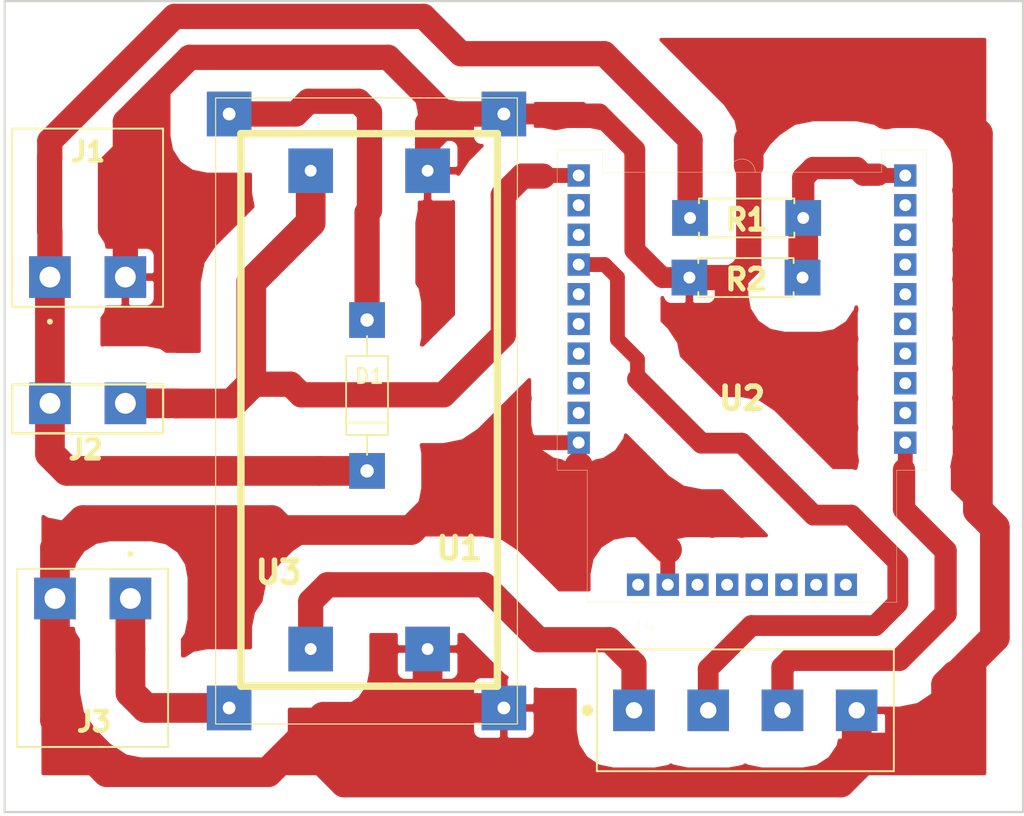
<source format=kicad_pcb>
(kicad_pcb (version 4) (host pcbnew 4.0.7)

  (general
    (links 21)
    (no_connects 19)
    (area 122.860999 65.456999 196.417001 121.785168)
    (thickness 1.6)
    (drawings 5)
    (tracks 161)
    (zones 0)
    (modules 10)
    (nets 32)
  )

  (page A4)
  (layers
    (0 F.Cu signal)
    (31 B.Cu signal)
    (32 B.Adhes user)
    (33 F.Adhes user)
    (34 B.Paste user)
    (35 F.Paste user)
    (36 B.SilkS user)
    (37 F.SilkS user)
    (38 B.Mask user)
    (39 F.Mask user)
    (40 Dwgs.User user)
    (41 Cmts.User user)
    (42 Eco1.User user)
    (43 Eco2.User user)
    (44 Edge.Cuts user)
    (45 Margin user)
    (46 B.CrtYd user)
    (47 F.CrtYd user)
    (48 B.Fab user)
    (49 F.Fab user)
  )

  (setup
    (last_trace_width 1.4)
    (user_trace_width 1)
    (user_trace_width 1.3)
    (user_trace_width 1.4)
    (user_trace_width 1.5)
    (user_trace_width 1.7)
    (user_trace_width 1.9)
    (user_trace_width 2)
    (user_trace_width 2.2)
    (trace_clearance 0.2)
    (zone_clearance 2.4)
    (zone_45_only no)
    (trace_min 0.2)
    (segment_width 0.2)
    (edge_width 0.15)
    (via_size 0.6)
    (via_drill 0.4)
    (via_min_size 0.4)
    (via_min_drill 0.3)
    (user_via 2.6 0.8)
    (user_via 3 0.3)
    (uvia_size 0.3)
    (uvia_drill 0.1)
    (uvias_allowed no)
    (uvia_min_size 0.2)
    (uvia_min_drill 0.1)
    (pcb_text_width 0.3)
    (pcb_text_size 1.5 1.5)
    (mod_edge_width 0.15)
    (mod_text_size 1 1)
    (mod_text_width 0.15)
    (pad_size 1.5 1.5)
    (pad_drill 0.8)
    (pad_to_mask_clearance 0.2)
    (aux_axis_origin 0 0)
    (visible_elements 7FFFFFFF)
    (pcbplotparams
      (layerselection 0x00030_80000001)
      (usegerberextensions false)
      (excludeedgelayer true)
      (linewidth 0.100000)
      (plotframeref false)
      (viasonmask false)
      (mode 1)
      (useauxorigin false)
      (hpglpennumber 1)
      (hpglpenspeed 20)
      (hpglpendiameter 15)
      (hpglpenoverlay 2)
      (psnegative false)
      (psa4output false)
      (plotreference true)
      (plotvalue true)
      (plotinvisibletext false)
      (padsonsilk false)
      (subtractmaskfromsilk false)
      (outputformat 1)
      (mirror false)
      (drillshape 1)
      (scaleselection 1)
      (outputdirectory ""))
  )

  (net 0 "")
  (net 1 "Net-(D1-Pad1)")
  (net 2 "Net-(D1-Pad2)")
  (net 3 GND)
  (net 4 "Net-(J2-Pad2)")
  (net 5 "Net-(J3-Pad1)")
  (net 6 "Net-(J4-Pad2)")
  (net 7 "Net-(J4-Pad3)")
  (net 8 "Net-(R1-Pad1)")
  (net 9 "Net-(U2-Pad2)")
  (net 10 "Net-(U2-Pad3)")
  (net 11 "Net-(U2-Pad5)")
  (net 12 "Net-(U2-Pad6)")
  (net 13 "Net-(U2-Pad7)")
  (net 14 "Net-(U2-Pad8)")
  (net 15 "Net-(U2-Pad9)")
  (net 16 "Net-(U2-Pad11)")
  (net 17 "Net-(U2-Pad13)")
  (net 18 "Net-(U2-Pad14)")
  (net 19 "Net-(U2-Pad15)")
  (net 20 "Net-(U2-Pad16)")
  (net 21 "Net-(U2-Pad17)")
  (net 22 "Net-(U2-Pad18)")
  (net 23 "Net-(U2-Pad20)")
  (net 24 "Net-(U2-Pad21)")
  (net 25 "Net-(U2-Pad22)")
  (net 26 "Net-(U2-Pad23)")
  (net 27 "Net-(U2-Pad24)")
  (net 28 "Net-(U2-Pad25)")
  (net 29 "Net-(U2-Pad26)")
  (net 30 "Net-(U2-Pad27)")
  (net 31 "Net-(J4-Pad1)")

  (net_class Default "This is the default net class."
    (clearance 0.2)
    (trace_width 0.25)
    (via_dia 0.6)
    (via_drill 0.4)
    (uvia_dia 0.3)
    (uvia_drill 0.1)
    (add_net GND)
    (add_net "Net-(D1-Pad1)")
    (add_net "Net-(D1-Pad2)")
    (add_net "Net-(J2-Pad2)")
    (add_net "Net-(J3-Pad1)")
    (add_net "Net-(J4-Pad1)")
    (add_net "Net-(J4-Pad2)")
    (add_net "Net-(J4-Pad3)")
    (add_net "Net-(R1-Pad1)")
    (add_net "Net-(U2-Pad11)")
    (add_net "Net-(U2-Pad13)")
    (add_net "Net-(U2-Pad14)")
    (add_net "Net-(U2-Pad15)")
    (add_net "Net-(U2-Pad16)")
    (add_net "Net-(U2-Pad17)")
    (add_net "Net-(U2-Pad18)")
    (add_net "Net-(U2-Pad2)")
    (add_net "Net-(U2-Pad20)")
    (add_net "Net-(U2-Pad21)")
    (add_net "Net-(U2-Pad22)")
    (add_net "Net-(U2-Pad23)")
    (add_net "Net-(U2-Pad24)")
    (add_net "Net-(U2-Pad25)")
    (add_net "Net-(U2-Pad26)")
    (add_net "Net-(U2-Pad27)")
    (add_net "Net-(U2-Pad3)")
    (add_net "Net-(U2-Pad5)")
    (add_net "Net-(U2-Pad6)")
    (add_net "Net-(U2-Pad7)")
    (add_net "Net-(U2-Pad8)")
    (add_net "Net-(U2-Pad9)")
  )

  (module libraries:TE_282815-2 (layer F.Cu) (tedit 63C1468F) (tstamp 63C1424A)
    (at 110.998 96.93656)
    (path /62E721D2)
    (fp_text reference J2 (at -0.13208 3.1115) (layer F.SilkS)
      (effects (font (size 1.3 1.3) (thickness 0.325)))
    )
    (fp_text value SWITCH (at 1.9177 -2.60096) (layer F.Fab)
      (effects (font (size 1.2 1.2) (thickness 0.3)))
    )
    (fp_line (start 5.08 2.032) (end -5.08 2.032) (layer F.SilkS) (width 0.15))
    (fp_line (start 5.08 -1.27) (end 5.08 2.032) (layer F.SilkS) (width 0.15))
    (fp_line (start -5.08 -1.27) (end 5.08 -1.27) (layer F.SilkS) (width 0.15))
    (fp_line (start -5.08 2.032) (end -5.08 -1.27) (layer F.SilkS) (width 0.15))
    (fp_line (start 5.08 2) (end -5.08 2) (layer F.Fab) (width 0.127))
    (fp_line (start 5.08 2) (end -5.08 2) (layer F.SilkS) (width 0.127))
    (pad 1 thru_hole rect (at -2.54 0) (size 2.8 2.8) (drill 1.4) (layers *.Cu *.Mask)
      (net 1 "Net-(D1-Pad1)"))
    (pad 2 thru_hole rect (at 2.54 0) (size 2.8 2.8) (drill 1.4) (layers *.Cu *.Mask)
      (net 4 "Net-(J2-Pad2)"))
  )

  (module MT3608:MT3608 (layer F.Cu) (tedit 63C145FA) (tstamp 63C14294)
    (at 129.95402 97.37852 270)
    (path /63C140BB)
    (fp_text reference U3 (at 10.94486 6.08838 360) (layer F.SilkS)
      (effects (font (size 1.5 1.5) (thickness 0.375)))
    )
    (fp_text value MT3608 (at -10.17524 -4.699 360) (layer F.Fab)
      (effects (font (size 1.4 1.4) (thickness 0.35)))
    )
    (fp_line (start -18.6055 -8.636) (end -18.6055 8.636) (layer F.SilkS) (width 0.5))
    (fp_line (start 18.6055 8.636) (end -18.6055 8.636) (layer F.SilkS) (width 0.5))
    (fp_line (start 18.6055 -8.636) (end 18.6055 8.636) (layer F.SilkS) (width 0.5))
    (fp_line (start -18.6055 -8.636) (end 18.6055 -8.636) (layer F.SilkS) (width 0.5))
    (pad 2 thru_hole rect (at -16.1055 -3.937085 270) (size 3 3) (drill 0.8) (layers *.Cu *.Mask)
      (net 3 GND))
    (pad 1 thru_hole rect (at -16.1055 3.937085 270) (size 3 3) (drill 0.8) (layers *.Cu *.Mask)
      (net 4 "Net-(J2-Pad2)"))
    (pad 4 thru_hole rect (at 16.1055 -3.937085 270) (size 3 3) (drill 0.8) (layers *.Cu *.Mask)
      (net 3 GND))
    (pad 3 thru_hole rect (at 16.1055 3.937085 270) (size 3 3) (drill 0.8) (layers *.Cu *.Mask)
      (net 31 "Net-(J4-Pad1)"))
  )

  (module LM2596:LM2596 (layer F.Cu) (tedit 63C145DD) (tstamp 63C1426C)
    (at 129.77622 97.45218 90)
    (path /62E721D5)
    (fp_text reference U1 (at -9.27862 6.25602 180) (layer F.SilkS)
      (effects (font (size 1.5 1.5) (thickness 0.375)))
    )
    (fp_text value LM2596 (at -9.9695 0.18288 180) (layer F.Fab)
      (effects (font (size 1.4 1.4) (thickness 0.35)))
    )
    (fp_line (start -21.082 10.16) (end -21.082 -10.16) (layer F.SilkS) (width 0.07))
    (fp_line (start 21.082 10.16) (end -21.082 10.16) (layer F.SilkS) (width 0.07))
    (fp_line (start 21.082 -10.16) (end 21.082 10.16) (layer F.SilkS) (width 0.07))
    (fp_line (start -21.082 -10.16) (end 21.082 -10.16) (layer F.SilkS) (width 0.07))
    (pad 1 thru_hole rect (at -20 -9.25 90) (size 3 3) (drill 0.862) (layers *.Cu *.Mask)
      (net 5 "Net-(J3-Pad1)"))
    (pad 3 thru_hole rect (at 20 -9.25 90) (size 3 3) (drill 0.862) (layers *.Cu *.Mask)
      (net 2 "Net-(D1-Pad2)"))
    (pad 2 thru_hole rect (at -20 9.25 90) (size 3 3) (drill 0.862) (layers *.Cu *.Mask)
      (net 3 GND))
    (pad 4 thru_hole rect (at 20 9.25 90) (size 3 3) (drill 0.862) (layers *.Cu *.Mask)
      (net 3 GND))
  )

  (module Diodes_THT:D_A-405_P10.16mm_Horizontal (layer F.Cu) (tedit 63C146C5) (tstamp 63C1423E)
    (at 129.81432 101.48824 90)
    (descr "D, A-405 series, Axial, Horizontal, pin pitch=10.16mm, , length*diameter=5.2*2.7mm^2, , http://www.diodes.com/_files/packages/A-405.pdf")
    (tags "D A-405 series Axial Horizontal pin pitch 10.16mm  length 5.2mm diameter 2.7mm")
    (path /62E721CC)
    (fp_text reference D1 (at 6.38302 0.14986 180) (layer F.SilkS)
      (effects (font (size 1 1) (thickness 0.15)))
    )
    (fp_text value "" (at 5.08 2.41 90) (layer F.Fab)
      (effects (font (size 1 1) (thickness 0.15)))
    )
    (fp_text user %R (at 4.38658 0.1905 180) (layer F.Fab)
      (effects (font (size 1 1) (thickness 0.15)))
    )
    (fp_line (start 2.48 -1.35) (end 2.48 1.35) (layer F.Fab) (width 0.1))
    (fp_line (start 2.48 1.35) (end 7.68 1.35) (layer F.Fab) (width 0.1))
    (fp_line (start 7.68 1.35) (end 7.68 -1.35) (layer F.Fab) (width 0.1))
    (fp_line (start 7.68 -1.35) (end 2.48 -1.35) (layer F.Fab) (width 0.1))
    (fp_line (start 0 0) (end 2.48 0) (layer F.Fab) (width 0.1))
    (fp_line (start 10.16 0) (end 7.68 0) (layer F.Fab) (width 0.1))
    (fp_line (start 3.26 -1.35) (end 3.26 1.35) (layer F.Fab) (width 0.1))
    (fp_line (start 2.42 -1.41) (end 2.42 1.41) (layer F.SilkS) (width 0.12))
    (fp_line (start 2.42 1.41) (end 7.74 1.41) (layer F.SilkS) (width 0.12))
    (fp_line (start 7.74 1.41) (end 7.74 -1.41) (layer F.SilkS) (width 0.12))
    (fp_line (start 7.74 -1.41) (end 2.42 -1.41) (layer F.SilkS) (width 0.12))
    (fp_line (start 1.08 0) (end 2.42 0) (layer F.SilkS) (width 0.12))
    (fp_line (start 9.08 0) (end 7.74 0) (layer F.SilkS) (width 0.12))
    (fp_line (start 3.26 -1.41) (end 3.26 1.41) (layer F.SilkS) (width 0.12))
    (fp_line (start -1.15 -1.7) (end -1.15 1.7) (layer F.CrtYd) (width 0.05))
    (fp_line (start -1.15 1.7) (end 11.35 1.7) (layer F.CrtYd) (width 0.05))
    (fp_line (start 11.35 1.7) (end 11.35 -1.7) (layer F.CrtYd) (width 0.05))
    (fp_line (start 11.35 -1.7) (end -1.15 -1.7) (layer F.CrtYd) (width 0.05))
    (pad 1 thru_hole rect (at 0 0 90) (size 2.4 2.4) (drill 0.9) (layers *.Cu *.Mask)
      (net 1 "Net-(D1-Pad1)"))
    (pad 2 thru_hole rect (at 10.16 0 90) (size 2.4 2.4) (drill 0.9) (layers *.Cu *.Mask)
      (net 2 "Net-(D1-Pad2)"))
    (model ${KISYS3DMOD}/Diodes_THT.3dshapes/D_A-405_P10.16mm_Horizontal.wrl
      (at (xyz 0 0 0))
      (scale (xyz 0.393701 0.393701 0.393701))
      (rotate (xyz 0 0 0))
    )
  )

  (module libraries:TE_282815-2 (layer F.Cu) (tedit 63C146A6) (tstamp 63C14244)
    (at 110.99546 88.43518)
    (path /62E721CD)
    (fp_text reference J1 (at 0.03048 -8.45312) (layer F.SilkS)
      (effects (font (size 1.3 1.3) (thickness 0.325)))
    )
    (fp_text value BATTERY (at -1.21666 -16.42618) (layer F.Fab)
      (effects (font (size 1.4 1.4) (thickness 0.35)))
    )
    (fp_line (start -5.08 2) (end -5.08 -10) (layer F.Fab) (width 0.127))
    (fp_line (start -5.08 -10) (end 5.08 -10) (layer F.Fab) (width 0.127))
    (fp_line (start 5.08 -10) (end 5.08 2) (layer F.Fab) (width 0.127))
    (fp_line (start 5.08 2) (end -5.08 2) (layer F.Fab) (width 0.127))
    (fp_line (start -5.08 2) (end -5.08 -10) (layer F.SilkS) (width 0.127))
    (fp_line (start 5.08 -10) (end 5.08 2) (layer F.SilkS) (width 0.127))
    (fp_line (start -5.08 -10) (end 5.08 -10) (layer F.SilkS) (width 0.127))
    (fp_line (start 5.08 2) (end -5.08 2) (layer F.SilkS) (width 0.127))
    (fp_line (start -5.33 -10.25) (end 5.33 -10.25) (layer F.CrtYd) (width 0.05))
    (fp_line (start 5.33 2.25) (end -5.33 2.25) (layer F.CrtYd) (width 0.05))
    (fp_line (start -5.33 2.25) (end -5.33 -10.25) (layer F.CrtYd) (width 0.05))
    (fp_line (start 5.33 -10.25) (end 5.33 2.25) (layer F.CrtYd) (width 0.05))
    (fp_circle (center -2.54 3) (end -2.44 3) (layer F.SilkS) (width 0.2))
    (fp_circle (center -2.54 3) (end -2.44 3) (layer F.Fab) (width 0.2))
    (pad 1 thru_hole rect (at -2.54 0) (size 2.8 2.8) (drill 1.4) (layers *.Cu *.Mask)
      (net 1 "Net-(D1-Pad1)"))
    (pad 2 thru_hole rect (at 2.54 0) (size 2.8 2.8) (drill 1.4) (layers *.Cu *.Mask)
      (net 3 GND))
  )

  (module libraries:TE_282815-2 (layer F.Cu) (tedit 63C14675) (tstamp 63C14250)
    (at 111.33582 110.07852 180)
    (path /62E721CE)
    (fp_text reference J3 (at -0.09398 -8.30072 180) (layer F.SilkS)
      (effects (font (size 1.3 1.3) (thickness 0.325)))
    )
    (fp_text value "SOLAR PANEL" (at -1.57988 -13.34008 180) (layer F.Fab)
      (effects (font (size 1.3 1.3) (thickness 0.325)))
    )
    (fp_line (start -5.08 2) (end -5.08 -10) (layer F.Fab) (width 0.127))
    (fp_line (start -5.08 -10) (end 5.08 -10) (layer F.Fab) (width 0.127))
    (fp_line (start 5.08 -10) (end 5.08 2) (layer F.Fab) (width 0.127))
    (fp_line (start 5.08 2) (end -5.08 2) (layer F.Fab) (width 0.127))
    (fp_line (start -5.08 2) (end -5.08 -10) (layer F.SilkS) (width 0.127))
    (fp_line (start 5.08 -10) (end 5.08 2) (layer F.SilkS) (width 0.127))
    (fp_line (start -5.08 -10) (end 5.08 -10) (layer F.SilkS) (width 0.127))
    (fp_line (start 5.08 2) (end -5.08 2) (layer F.SilkS) (width 0.127))
    (fp_line (start -5.33 -10.25) (end 5.33 -10.25) (layer F.CrtYd) (width 0.05))
    (fp_line (start 5.33 2.25) (end -5.33 2.25) (layer F.CrtYd) (width 0.05))
    (fp_line (start -5.33 2.25) (end -5.33 -10.25) (layer F.CrtYd) (width 0.05))
    (fp_line (start 5.33 -10.25) (end 5.33 2.25) (layer F.CrtYd) (width 0.05))
    (fp_circle (center -2.54 3) (end -2.44 3) (layer F.SilkS) (width 0.2))
    (fp_circle (center -2.54 3) (end -2.44 3) (layer F.Fab) (width 0.2))
    (pad 1 thru_hole rect (at -2.54 0 180) (size 2.8 2.8) (drill 1.4) (layers *.Cu *.Mask)
      (net 5 "Net-(J3-Pad1)"))
    (pad 2 thru_hole rect (at 2.54 0 180) (size 2.8 2.8) (drill 1.4) (layers *.Cu *.Mask)
      (net 3 GND))
  )

  (module libraries:TE_282836-4 (layer F.Cu) (tedit 63C146FC) (tstamp 63C14258)
    (at 155.28862 117.60962)
    (path /62E721D4)
    (fp_text reference J4 (at -6.836925 -5.644875) (layer F.SilkS)
      (effects (font (size 1.001756 1.001756) (thickness 0.015)))
    )
    (fp_text value HC-SR04 (at -2.10376 3.05054) (layer F.Fab)
      (effects (font (size 1.4 1.4) (thickness 0.35)))
    )
    (fp_line (start -10 -4.1) (end -10 4.1) (layer F.Fab) (width 0.127))
    (fp_line (start -10 4.1) (end 10 4.1) (layer F.Fab) (width 0.127))
    (fp_line (start 10 4.1) (end 10 -4.1) (layer F.Fab) (width 0.127))
    (fp_line (start 10 -4.1) (end -10 -4.1) (layer F.Fab) (width 0.127))
    (fp_line (start -10 -4.1) (end -10 4.1) (layer F.SilkS) (width 0.127))
    (fp_line (start -10 4.1) (end 10 4.1) (layer F.SilkS) (width 0.127))
    (fp_line (start 10 4.1) (end 10 -4.1) (layer F.SilkS) (width 0.127))
    (fp_line (start 10 -4.1) (end -10 -4.1) (layer F.SilkS) (width 0.127))
    (fp_circle (center -10.645 0) (end -10.445 0) (layer F.SilkS) (width 0.4))
    (fp_line (start -10.25 -4.35) (end 10.25 -4.35) (layer F.CrtYd) (width 0.05))
    (fp_line (start 10.25 -4.35) (end 10.25 4.35) (layer F.CrtYd) (width 0.05))
    (fp_line (start 10.25 4.35) (end -10.25 4.35) (layer F.CrtYd) (width 0.05))
    (fp_line (start -10.25 4.35) (end -10.25 -4.35) (layer F.CrtYd) (width 0.05))
    (pad 1 thru_hole rect (at -7.5 0) (size 2.8 2.8) (drill 1.1) (layers *.Cu *.Mask)
      (net 31 "Net-(J4-Pad1)"))
    (pad 2 thru_hole rect (at -2.5 0) (size 2.8 2.8) (drill 1.1) (layers *.Cu *.Mask)
      (net 6 "Net-(J4-Pad2)"))
    (pad 3 thru_hole rect (at 2.5 0) (size 2.8 2.8) (drill 1.1) (layers *.Cu *.Mask)
      (net 7 "Net-(J4-Pad3)"))
    (pad 4 thru_hole rect (at 7.5 0) (size 2.8 2.8) (drill 1.1) (layers *.Cu *.Mask)
      (net 3 GND))
  )

  (module Resistors_THT:R_Axial_DIN0207_L6.3mm_D2.5mm_P7.62mm_Horizontal (layer F.Cu) (tedit 63C1471C) (tstamp 63C1425E)
    (at 159.18688 84.45246 180)
    (descr "Resistor, Axial_DIN0207 series, Axial, Horizontal, pin pitch=7.62mm, 0.25W = 1/4W, length*diameter=6.3*2.5mm^2, http://cdn-reichelt.de/documents/datenblatt/B400/1_4W%23YAG.pdf")
    (tags "Resistor Axial_DIN0207 series Axial Horizontal pin pitch 7.62mm 0.25W = 1/4W length 6.3mm diameter 2.5mm")
    (path /62E721D3)
    (fp_text reference R1 (at 3.82778 -0.127 180) (layer F.SilkS)
      (effects (font (size 1.4 1.4) (thickness 0.35)))
    )
    (fp_text value "" (at 3.81 2.31 180) (layer F.Fab)
      (effects (font (size 1 1) (thickness 0.15)))
    )
    (fp_line (start 0.66 -1.25) (end 0.66 1.25) (layer F.Fab) (width 0.1))
    (fp_line (start 0.66 1.25) (end 6.96 1.25) (layer F.Fab) (width 0.1))
    (fp_line (start 6.96 1.25) (end 6.96 -1.25) (layer F.Fab) (width 0.1))
    (fp_line (start 6.96 -1.25) (end 0.66 -1.25) (layer F.Fab) (width 0.1))
    (fp_line (start 0 0) (end 0.66 0) (layer F.Fab) (width 0.1))
    (fp_line (start 7.62 0) (end 6.96 0) (layer F.Fab) (width 0.1))
    (fp_line (start 0.6 -0.98) (end 0.6 -1.31) (layer F.SilkS) (width 0.12))
    (fp_line (start 0.6 -1.31) (end 7.02 -1.31) (layer F.SilkS) (width 0.12))
    (fp_line (start 7.02 -1.31) (end 7.02 -0.98) (layer F.SilkS) (width 0.12))
    (fp_line (start 0.6 0.98) (end 0.6 1.31) (layer F.SilkS) (width 0.12))
    (fp_line (start 0.6 1.31) (end 7.02 1.31) (layer F.SilkS) (width 0.12))
    (fp_line (start 7.02 1.31) (end 7.02 0.98) (layer F.SilkS) (width 0.12))
    (fp_line (start -1.05 -1.6) (end -1.05 1.6) (layer F.CrtYd) (width 0.05))
    (fp_line (start -1.05 1.6) (end 8.7 1.6) (layer F.CrtYd) (width 0.05))
    (fp_line (start 8.7 1.6) (end 8.7 -1.6) (layer F.CrtYd) (width 0.05))
    (fp_line (start 8.7 -1.6) (end -1.05 -1.6) (layer F.CrtYd) (width 0.05))
    (pad 1 thru_hole rect (at 0 0 180) (size 2.4 2.4) (drill 0.8) (layers *.Cu *.Mask)
      (net 8 "Net-(R1-Pad1)"))
    (pad 2 thru_hole rect (at 7.62 0 180) (size 2.4 2.4) (drill 0.8) (layers *.Cu *.Mask)
      (net 1 "Net-(D1-Pad1)"))
    (model ${KISYS3DMOD}/Resistors_THT.3dshapes/R_Axial_DIN0207_L6.3mm_D2.5mm_P7.62mm_Horizontal.wrl
      (at (xyz 0 0 0))
      (scale (xyz 0.393701 0.393701 0.393701))
      (rotate (xyz 0 0 0))
    )
  )

  (module Resistors_THT:R_Axial_DIN0207_L6.3mm_D2.5mm_P7.62mm_Horizontal (layer F.Cu) (tedit 63C14739) (tstamp 63C14264)
    (at 151.52116 88.4682)
    (descr "Resistor, Axial_DIN0207 series, Axial, Horizontal, pin pitch=7.62mm, 0.25W = 1/4W, length*diameter=6.3*2.5mm^2, http://cdn-reichelt.de/documents/datenblatt/B400/1_4W%23YAG.pdf")
    (tags "Resistor Axial_DIN0207 series Axial Horizontal pin pitch 7.62mm 0.25W = 1/4W length 6.3mm diameter 2.5mm")
    (path /62E721DB)
    (fp_text reference R2 (at 3.83286 0.13716) (layer F.SilkS)
      (effects (font (size 1.4 1.4) (thickness 0.35)))
    )
    (fp_text value "" (at 3.81 2.31) (layer F.Fab)
      (effects (font (size 1 1) (thickness 0.15)))
    )
    (fp_line (start 0.66 -1.25) (end 0.66 1.25) (layer F.Fab) (width 0.1))
    (fp_line (start 0.66 1.25) (end 6.96 1.25) (layer F.Fab) (width 0.1))
    (fp_line (start 6.96 1.25) (end 6.96 -1.25) (layer F.Fab) (width 0.1))
    (fp_line (start 6.96 -1.25) (end 0.66 -1.25) (layer F.Fab) (width 0.1))
    (fp_line (start 0 0) (end 0.66 0) (layer F.Fab) (width 0.1))
    (fp_line (start 7.62 0) (end 6.96 0) (layer F.Fab) (width 0.1))
    (fp_line (start 0.6 -0.98) (end 0.6 -1.31) (layer F.SilkS) (width 0.12))
    (fp_line (start 0.6 -1.31) (end 7.02 -1.31) (layer F.SilkS) (width 0.12))
    (fp_line (start 7.02 -1.31) (end 7.02 -0.98) (layer F.SilkS) (width 0.12))
    (fp_line (start 0.6 0.98) (end 0.6 1.31) (layer F.SilkS) (width 0.12))
    (fp_line (start 0.6 1.31) (end 7.02 1.31) (layer F.SilkS) (width 0.12))
    (fp_line (start 7.02 1.31) (end 7.02 0.98) (layer F.SilkS) (width 0.12))
    (fp_line (start -1.05 -1.6) (end -1.05 1.6) (layer F.CrtYd) (width 0.05))
    (fp_line (start -1.05 1.6) (end 8.7 1.6) (layer F.CrtYd) (width 0.05))
    (fp_line (start 8.7 1.6) (end 8.7 -1.6) (layer F.CrtYd) (width 0.05))
    (fp_line (start 8.7 -1.6) (end -1.05 -1.6) (layer F.CrtYd) (width 0.05))
    (pad 1 thru_hole rect (at 0 0) (size 2.4 2.4) (drill 0.8) (layers *.Cu *.Mask)
      (net 3 GND))
    (pad 2 thru_hole rect (at 7.62 0) (size 2.4 2.4) (drill 0.8) (layers *.Cu *.Mask)
      (net 8 "Net-(R1-Pad1)"))
    (model ${KISYS3DMOD}/Resistors_THT.3dshapes/R_Axial_DIN0207_L6.3mm_D2.5mm_P7.62mm_Horizontal.wrl
      (at (xyz 0 0 0))
      (scale (xyz 0.393701 0.393701 0.393701))
      (rotate (xyz 0 0 0))
    )
  )

  (module libs:MDOT_TRIAL_BAT_CHARGER (layer F.Cu) (tedit 63C14912) (tstamp 63C1428C)
    (at 155.06192 94.58706)
    (path /62E721CA)
    (fp_text reference U2 (at 0.00635 2.01549) (layer F.SilkS)
      (effects (font (size 1.5 1.5) (thickness 0.375)))
    )
    (fp_text value MULTITECH-MDOT (at 1.25222 -2.57048) (layer F.Fab)
      (effects (font (size 1.3 1.3) (thickness 0.325)))
    )
    (fp_arc (start 0 -13.208) (end -0.889 -13.208) (angle 180) (layer F.SilkS) (width 0.0254))
    (fp_line (start -9.398 -13.208) (end -9.398 -14.732) (layer F.SilkS) (width 0.0254))
    (fp_line (start -9.398 -14.732) (end -12.446 -14.732) (layer F.SilkS) (width 0.0254))
    (fp_line (start -12.446 -14.732) (end -12.446 6.858) (layer F.SilkS) (width 0.0254))
    (fp_line (start -12.446 6.858) (end -10.414 6.858) (layer F.SilkS) (width 0.0254))
    (fp_line (start -10.414 6.858) (end -10.414 15.748) (layer F.SilkS) (width 0.0254))
    (fp_line (start -10.414 15.748) (end 10.414 15.748) (layer F.SilkS) (width 0.0254))
    (fp_line (start 10.414 15.748) (end 10.414 6.858) (layer F.SilkS) (width 0.0254))
    (fp_line (start 10.414 6.858) (end 12.446 6.858) (layer F.SilkS) (width 0.0254))
    (fp_line (start 12.446 6.858) (end 12.446 -14.732) (layer F.SilkS) (width 0.0254))
    (fp_line (start 12.446 -14.732) (end 9.398 -14.732) (layer F.SilkS) (width 0.0254))
    (fp_line (start 9.398 -14.732) (end 9.398 -13.208) (layer F.SilkS) (width 0.0254))
    (fp_line (start 9.398 -13.208) (end -9.398 -13.208) (layer F.SilkS) (width 0.0254))
    (fp_line (start 11.938 -14.224) (end 11.938 6.35) (layer F.CrtYd) (width 0.0254))
    (fp_line (start 11.938 6.35) (end 9.906 6.35) (layer F.CrtYd) (width 0.0254))
    (fp_line (start 9.906 -12.7) (end 9.906 -14.224) (layer F.CrtYd) (width 0.0254))
    (fp_line (start 9.906 -14.224) (end 11.938 -14.224) (layer F.CrtYd) (width 0.0254))
    (fp_line (start -9.906 -12.7) (end -9.906 -14.224) (layer F.CrtYd) (width 0.0254))
    (fp_line (start -9.906 -14.224) (end -11.938 -14.224) (layer F.CrtYd) (width 0.0254))
    (fp_line (start -11.938 -14.224) (end -11.938 6.223) (layer F.CrtYd) (width 0.0254))
    (fp_line (start -11.938 6.223) (end -9.906 6.223) (layer F.CrtYd) (width 0.0254))
    (fp_line (start -9.906 -12.7) (end 9.906 -12.7) (layer F.CrtYd) (width 0.0254))
    (fp_line (start 9.906 -12.7) (end 9.906 13.462) (layer F.CrtYd) (width 0.0254))
    (fp_line (start 9.906 13.462) (end -9.906 13.462) (layer F.CrtYd) (width 0.0254))
    (fp_line (start -9.906 13.462) (end -9.906 -12.7) (layer F.CrtYd) (width 0.0254))
    (pad 1 thru_hole rect (at -10.9982 -12.99337) (size 1.5 1.5) (drill 0.8) (layers *.Cu *.Mask)
      (net 4 "Net-(J2-Pad2)"))
    (pad 2 thru_hole rect (at -10.9982 -10.99439) (size 1.5 1.5) (drill 0.8) (layers *.Cu *.Mask)
      (net 9 "Net-(U2-Pad2)"))
    (pad 3 thru_hole rect (at -10.9982 -8.99541) (size 1.5 1.5) (drill 0.8) (layers *.Cu *.Mask)
      (net 10 "Net-(U2-Pad3)"))
    (pad 4 thru_hole rect (at -10.9982 -6.99643) (size 1.5 1.5) (drill 0.8) (layers *.Cu *.Mask)
      (net 6 "Net-(J4-Pad2)"))
    (pad 5 thru_hole rect (at -10.9982 -4.99745) (size 1.5 1.5) (drill 0.8) (layers *.Cu *.Mask)
      (net 11 "Net-(U2-Pad5)"))
    (pad 6 thru_hole rect (at -10.9982 -2.99847) (size 1.5 1.5) (drill 0.8) (layers *.Cu *.Mask)
      (net 12 "Net-(U2-Pad6)"))
    (pad 7 thru_hole rect (at -10.9982 -0.99949) (size 1.5 1.5) (drill 0.8) (layers *.Cu *.Mask)
      (net 13 "Net-(U2-Pad7)"))
    (pad 8 thru_hole rect (at -10.9982 0.99949) (size 1.5 1.5) (drill 0.8) (layers *.Cu *.Mask)
      (net 14 "Net-(U2-Pad8)"))
    (pad 9 thru_hole rect (at -10.9982 2.99847) (size 1.5 1.5) (drill 0.8) (layers *.Cu *.Mask)
      (net 15 "Net-(U2-Pad9)"))
    (pad 10 thru_hole rect (at -10.9982 4.99745) (size 1.5 1.5) (drill 0.8) (layers *.Cu *.Mask)
      (net 3 GND))
    (pad 11 thru_hole rect (at -6.99643 14.56563) (size 1.5 1.5) (drill 0.8) (layers *.Cu *.Mask)
      (net 16 "Net-(U2-Pad11)"))
    (pad 12 thru_hole rect (at -4.99745 14.56563) (size 1.5 1.5) (drill 0.8) (layers *.Cu *.Mask)
      (net 3 GND))
    (pad 13 thru_hole rect (at -2.99847 14.56563) (size 1.5 1.5) (drill 0.8) (layers *.Cu *.Mask)
      (net 17 "Net-(U2-Pad13)"))
    (pad 14 thru_hole rect (at -0.99949 14.56563) (size 1.5 1.5) (drill 0.8) (layers *.Cu *.Mask)
      (net 18 "Net-(U2-Pad14)"))
    (pad 15 thru_hole rect (at 0.99949 14.56563) (size 1.5 1.5) (drill 0.8) (layers *.Cu *.Mask)
      (net 19 "Net-(U2-Pad15)"))
    (pad 16 thru_hole rect (at 2.99847 14.56563) (size 1.5 1.5) (drill 0.8) (layers *.Cu *.Mask)
      (net 20 "Net-(U2-Pad16)"))
    (pad 17 thru_hole rect (at 4.99745 14.56563) (size 1.5 1.5) (drill 0.8) (layers *.Cu *.Mask)
      (net 21 "Net-(U2-Pad17)"))
    (pad 18 thru_hole rect (at 6.99643 14.56563) (size 1.5 1.5) (drill 0.8) (layers *.Cu *.Mask)
      (net 22 "Net-(U2-Pad18)"))
    (pad 19 thru_hole rect (at 10.9982 4.99745) (size 1.5 1.5) (drill 0.8) (layers *.Cu *.Mask)
      (net 7 "Net-(J4-Pad3)"))
    (pad 20 thru_hole rect (at 10.9982 2.99847) (size 1.5 1.5) (drill 0.8) (layers *.Cu *.Mask)
      (net 23 "Net-(U2-Pad20)"))
    (pad 21 thru_hole rect (at 10.9982 0.99949) (size 1.5 1.5) (drill 0.8) (layers *.Cu *.Mask)
      (net 24 "Net-(U2-Pad21)"))
    (pad 22 thru_hole rect (at 10.9982 -0.99949) (size 1.5 1.5) (drill 0.8) (layers *.Cu *.Mask)
      (net 25 "Net-(U2-Pad22)"))
    (pad 23 thru_hole rect (at 10.9982 -2.99847) (size 1.5 1.5) (drill 0.8) (layers *.Cu *.Mask)
      (net 26 "Net-(U2-Pad23)"))
    (pad 24 thru_hole rect (at 10.9982 -4.99745) (size 1.5 1.5) (drill 0.8) (layers *.Cu *.Mask)
      (net 27 "Net-(U2-Pad24)"))
    (pad 25 thru_hole rect (at 10.9982 -6.99643) (size 1.5 1.5) (drill 0.8) (layers *.Cu *.Mask)
      (net 28 "Net-(U2-Pad25)"))
    (pad 26 thru_hole rect (at 10.9982 -8.99541) (size 1.5 1.5) (drill 0.8) (layers *.Cu *.Mask)
      (net 29 "Net-(U2-Pad26)"))
    (pad 27 thru_hole rect (at 10.9982 -10.99439) (size 1.5 1.5) (drill 0.8) (layers *.Cu *.Mask)
      (net 30 "Net-(U2-Pad27)"))
    (pad 28 thru_hole rect (at 10.9982 -12.99337) (size 1.5 1.5) (drill 0.8) (layers *.Cu *.Mask)
      (net 8 "Net-(R1-Pad1)"))
  )

  (gr_line (start 173.99 124.46) (end 173.99 106.68) (layer Edge.Cuts) (width 0.15))
  (gr_line (start 105.41 124.46) (end 173.99 124.46) (layer Edge.Cuts) (width 0.15))
  (gr_line (start 105.41 69.85) (end 105.41 124.46) (layer Edge.Cuts) (width 0.15))
  (gr_line (start 173.99 69.85) (end 105.41 69.85) (layer Edge.Cuts) (width 0.15))
  (gr_line (start 173.99 106.68) (end 173.99 69.85) (layer Edge.Cuts) (width 0.15))

  (segment (start 108.458 96.93656) (end 108.458 100.33656) (width 2) (layer F.Cu) (net 1))
  (segment (start 108.458 100.33656) (end 109.60968 101.48824) (width 2) (layer F.Cu) (net 1))
  (segment (start 109.60968 101.48824) (end 126.61432 101.48824) (width 2) (layer F.Cu) (net 1))
  (segment (start 126.61432 101.48824) (end 129.81432 101.48824) (width 2) (layer F.Cu) (net 1))
  (segment (start 145.78838 73.39076) (end 151.56688 79.16926) (width 1.7) (layer F.Cu) (net 1))
  (segment (start 151.56688 79.16926) (end 151.56688 84.45246) (width 1.7) (layer F.Cu) (net 1))
  (segment (start 136.1313 73.39076) (end 145.78838 73.39076) (width 1.7) (layer F.Cu) (net 1))
  (segment (start 133.61924 70.8787) (end 136.1313 73.39076) (width 1.7) (layer F.Cu) (net 1))
  (segment (start 116.84508 70.8787) (end 133.61924 70.8787) (width 1.7) (layer F.Cu) (net 1))
  (segment (start 108.4453 79.27848) (end 116.84508 70.8787) (width 1.7) (layer F.Cu) (net 1))
  (segment (start 108.4453 80.368442) (end 108.4453 79.27848) (width 1.7) (layer F.Cu) (net 1))
  (segment (start 108.4326 85.31232) (end 108.4326 80.381142) (width 1.7) (layer F.Cu) (net 1))
  (segment (start 108.4326 80.381142) (end 108.4453 80.368442) (width 1.7) (layer F.Cu) (net 1))
  (segment (start 108.45546 88.43518) (end 108.45546 85.33518) (width 1.7) (layer F.Cu) (net 1))
  (segment (start 108.45546 85.33518) (end 108.4326 85.31232) (width 1.7) (layer F.Cu) (net 1))
  (segment (start 108.45546 88.43518) (end 108.45546 96.93402) (width 2) (layer F.Cu) (net 1))
  (segment (start 108.45546 96.93402) (end 108.458 96.93656) (width 2) (layer F.Cu) (net 1))
  (segment (start 129.81432 91.32824) (end 129.81432 84.09686) (width 1.7) (layer F.Cu) (net 2))
  (segment (start 129.81432 84.09686) (end 129.97688 83.9343) (width 1.7) (layer F.Cu) (net 2))
  (segment (start 129.97688 83.9343) (end 129.97688 77.33792) (width 1.7) (layer F.Cu) (net 2))
  (segment (start 129.97688 77.33792) (end 129.2352 76.59624) (width 1.7) (layer F.Cu) (net 2))
  (segment (start 129.2352 76.59624) (end 125.86716 76.59624) (width 1.7) (layer F.Cu) (net 2))
  (segment (start 125.86716 76.59624) (end 125.01122 77.45218) (width 1.7) (layer F.Cu) (net 2))
  (segment (start 125.01122 77.45218) (end 120.52622 77.45218) (width 1.7) (layer F.Cu) (net 2))
  (segment (start 145.44544 77.45218) (end 139.02622 77.45218) (width 1.4) (layer F.Cu) (net 3))
  (segment (start 151.52116 88.4682) (end 149.6949 88.4682) (width 1.4) (layer F.Cu) (net 3))
  (segment (start 149.6949 88.4682) (end 147.84578 86.61908) (width 1.4) (layer F.Cu) (net 3))
  (segment (start 147.84578 86.61908) (end 147.84578 79.85252) (width 1.4) (layer F.Cu) (net 3))
  (segment (start 145.44544 77.45218) (end 145.12286 77.45218) (width 1.4) (layer F.Cu) (net 3))
  (segment (start 147.84578 79.85252) (end 145.44544 77.45218) (width 1.4) (layer F.Cu) (net 3))
  (segment (start 145.12286 77.45218) (end 139.02622 77.45218) (width 1) (layer F.Cu) (net 3))
  (segment (start 155.51658 87.61476) (end 154.66314 88.4682) (width 1.7) (layer F.Cu) (net 3))
  (segment (start 154.66314 88.4682) (end 151.52116 88.4682) (width 1.7) (layer F.Cu) (net 3))
  (segment (start 155.51658 80.92186) (end 155.51658 87.61476) (width 1.7) (layer F.Cu) (net 3))
  (segment (start 155.51658 79.21498) (end 155.51658 80.92186) (width 2) (layer F.Cu) (net 3))
  (segment (start 158.69412 76.03744) (end 155.51658 79.21498) (width 2) (layer F.Cu) (net 3))
  (segment (start 168.21404 76.03744) (end 158.69412 76.03744) (width 2) (layer F.Cu) (net 3))
  (segment (start 170.94962 78.77302) (end 168.21404 76.03744) (width 2) (layer F.Cu) (net 3))
  (segment (start 170.94962 104.14254) (end 170.94962 78.77302) (width 2) (layer F.Cu) (net 3))
  (segment (start 172.09262 105.28554) (end 170.94962 104.14254) (width 2) (layer F.Cu) (net 3))
  (segment (start 172.09262 112.70488) (end 172.09262 105.28554) (width 2) (layer F.Cu) (net 3))
  (segment (start 169.54246 115.25504) (end 172.09262 112.70488) (width 2) (layer F.Cu) (net 3))
  (segment (start 168.80586 115.87988) (end 169.4307 115.25504) (width 2) (layer F.Cu) (net 3))
  (segment (start 169.4307 115.25504) (end 169.54246 115.25504) (width 2) (layer F.Cu) (net 3))
  (segment (start 168.80586 117.92966) (end 168.80586 115.87988) (width 2) (layer F.Cu) (net 3))
  (segment (start 166.61892 120.1166) (end 168.80586 117.92966) (width 2) (layer F.Cu) (net 3))
  (segment (start 162.78862 120.1166) (end 162.78862 117.60962) (width 2) (layer F.Cu) (net 3))
  (segment (start 162.78862 121.38658) (end 162.78862 120.1166) (width 2) (layer F.Cu) (net 3))
  (segment (start 162.78862 120.1166) (end 166.61892 120.1166) (width 2) (layer F.Cu) (net 3))
  (segment (start 148.1074 104.8385) (end 150.06447 106.79557) (width 1.9) (layer F.Cu) (net 3))
  (segment (start 144.06372 99.58451) (end 144.06372 101.15042) (width 1) (layer F.Cu) (net 3))
  (segment (start 144.06372 101.15042) (end 144.06372 103.17734) (width 1.9) (layer F.Cu) (net 3))
  (segment (start 139.24788 104.8385) (end 148.1074 104.8385) (width 1.9) (layer F.Cu) (net 3))
  (segment (start 136.6901 102.28072) (end 137.1727 102.76332) (width 1) (layer F.Cu) (net 3))
  (segment (start 137.1727 102.76332) (end 139.24788 104.8385) (width 1.9) (layer F.Cu) (net 3))
  (segment (start 144.6911 104.8385) (end 145.72488 104.8385) (width 1) (layer F.Cu) (net 3))
  (segment (start 139.24788 104.8385) (end 144.6911 104.8385) (width 1) (layer F.Cu) (net 3))
  (segment (start 144.6911 104.8385) (end 144.6911 103.80472) (width 1) (layer F.Cu) (net 3))
  (segment (start 144.6911 103.80472) (end 144.06372 103.17734) (width 1) (layer F.Cu) (net 3))
  (segment (start 135.96366 102.28072) (end 138.5824 99.66198) (width 2) (layer F.Cu) (net 3))
  (segment (start 132.77342 105.47096) (end 135.96366 102.28072) (width 2) (layer F.Cu) (net 3))
  (segment (start 135.96366 102.28072) (end 136.6901 102.28072) (width 1) (layer F.Cu) (net 3))
  (segment (start 150.06447 106.79557) (end 150.06447 109.15269) (width 1) (layer F.Cu) (net 3))
  (segment (start 145.72488 104.8385) (end 148.1074 104.8385) (width 1) (layer F.Cu) (net 3))
  (segment (start 144.06372 103.17734) (end 145.72488 104.8385) (width 1) (layer F.Cu) (net 3))
  (segment (start 161.69894 122.47626) (end 162.78862 121.38658) (width 2) (layer F.Cu) (net 3))
  (segment (start 128.28778 122.47626) (end 161.69894 122.47626) (width 2) (layer F.Cu) (net 3))
  (segment (start 125.48616 119.67464) (end 128.28778 122.47626) (width 2) (layer F.Cu) (net 3))
  (segment (start 125.24232 119.67464) (end 126.87046 118.0465) (width 2) (layer F.Cu) (net 3))
  (segment (start 123.13666 121.7803) (end 125.24232 119.67464) (width 2) (layer F.Cu) (net 3))
  (segment (start 125.24232 119.67464) (end 125.48616 119.67464) (width 2) (layer F.Cu) (net 3))
  (segment (start 133.05028 118.0465) (end 133.6446 117.45218) (width 2) (layer F.Cu) (net 3))
  (segment (start 133.6446 117.45218) (end 139.02622 117.45218) (width 2) (layer F.Cu) (net 3))
  (segment (start 133.05028 118.0465) (end 133.891105 117.205675) (width 2) (layer F.Cu) (net 3))
  (segment (start 133.891105 117.205675) (end 133.891105 113.48402) (width 2) (layer F.Cu) (net 3))
  (segment (start 126.87046 118.0465) (end 133.05028 118.0465) (width 2) (layer F.Cu) (net 3))
  (segment (start 112.29848 121.7803) (end 123.13666 121.7803) (width 2) (layer F.Cu) (net 3))
  (segment (start 108.79582 118.27764) (end 112.29848 121.7803) (width 2) (layer F.Cu) (net 3))
  (segment (start 108.79582 110.07852) (end 108.79582 118.27764) (width 2) (layer F.Cu) (net 3))
  (segment (start 140.2715 99.66198) (end 140.34897 99.58451) (width 1) (layer F.Cu) (net 3))
  (segment (start 140.34897 99.58451) (end 144.06372 99.58451) (width 1) (layer F.Cu) (net 3))
  (segment (start 138.5824 99.66198) (end 140.2715 99.66198) (width 2) (layer F.Cu) (net 3))
  (segment (start 124.07138 105.47096) (end 132.77342 105.47096) (width 2) (layer F.Cu) (net 3))
  (segment (start 123.40082 104.8004) (end 124.07138 105.47096) (width 2) (layer F.Cu) (net 3))
  (segment (start 110.67394 104.8004) (end 123.40082 104.8004) (width 2) (layer F.Cu) (net 3))
  (segment (start 108.79582 110.07852) (end 108.79582 106.67852) (width 2) (layer F.Cu) (net 3))
  (segment (start 108.79582 106.67852) (end 110.67394 104.8004) (width 2) (layer F.Cu) (net 3))
  (segment (start 133.891105 81.27302) (end 133.891105 79.387295) (width 1.7) (layer F.Cu) (net 3))
  (segment (start 133.891105 79.387295) (end 135.82622 77.45218) (width 1.7) (layer F.Cu) (net 3))
  (segment (start 135.82622 77.45218) (end 139.02622 77.45218) (width 1.7) (layer F.Cu) (net 3))
  (segment (start 133.891105 81.27302) (end 133.891105 78.07302) (width 1.7) (layer F.Cu) (net 3))
  (segment (start 133.891105 78.07302) (end 134.511945 77.45218) (width 1.7) (layer F.Cu) (net 3))
  (segment (start 134.511945 77.45218) (end 135.05176 77.45218) (width 1.7) (layer F.Cu) (net 3))
  (segment (start 131.23672 73.63714) (end 135.05176 77.45218) (width 1.7) (layer F.Cu) (net 3))
  (segment (start 135.05176 77.45218) (end 139.02622 77.45218) (width 1.7) (layer F.Cu) (net 3))
  (segment (start 117.86362 73.63714) (end 131.23672 73.63714) (width 1.7) (layer F.Cu) (net 3))
  (segment (start 113.53546 77.9653) (end 117.86362 73.63714) (width 1.7) (layer F.Cu) (net 3))
  (segment (start 113.53546 88.43518) (end 113.53546 77.9653) (width 1.7) (layer F.Cu) (net 3))
  (segment (start 141.65072 81.63306) (end 141.69009 81.59369) (width 1) (layer F.Cu) (net 4))
  (segment (start 141.69009 81.59369) (end 144.06372 81.59369) (width 1) (layer F.Cu) (net 4))
  (segment (start 140.27404 81.63306) (end 141.65072 81.63306) (width 1.7) (layer F.Cu) (net 4))
  (segment (start 138.9888 82.9183) (end 140.27404 81.63306) (width 1.7) (layer F.Cu) (net 4))
  (segment (start 138.9888 92.33408) (end 138.9888 82.9183) (width 1.7) (layer F.Cu) (net 4))
  (segment (start 134.95782 96.36506) (end 138.9888 92.33408) (width 1.7) (layer F.Cu) (net 4))
  (segment (start 125.37948 96.36506) (end 134.95782 96.36506) (width 1.7) (layer F.Cu) (net 4))
  (segment (start 124.66574 95.65132) (end 125.37948 96.36506) (width 1.7) (layer F.Cu) (net 4))
  (segment (start 122.01398 95.65132) (end 124.66574 95.65132) (width 1.7) (layer F.Cu) (net 4))
  (segment (start 122.01398 88.76792) (end 122.022035 88.76792) (width 2) (layer F.Cu) (net 4))
  (segment (start 122.022035 88.76792) (end 126.016935 84.77302) (width 2) (layer F.Cu) (net 4))
  (segment (start 126.016935 84.77302) (end 126.016935 81.27302) (width 2) (layer F.Cu) (net 4))
  (segment (start 122.01398 95.65132) (end 122.01398 88.76792) (width 2) (layer F.Cu) (net 4))
  (segment (start 120.71858 96.94672) (end 122.01398 95.65132) (width 2) (layer F.Cu) (net 4))
  (segment (start 116.94816 96.94672) (end 120.71858 96.94672) (width 2) (layer F.Cu) (net 4))
  (segment (start 113.538 96.93656) (end 116.938 96.93656) (width 2) (layer F.Cu) (net 4))
  (segment (start 116.938 96.93656) (end 116.94816 96.94672) (width 2) (layer F.Cu) (net 4))
  (segment (start 113.8809 116.41582) (end 114.91726 117.45218) (width 2) (layer F.Cu) (net 5))
  (segment (start 114.91726 117.45218) (end 120.52622 117.45218) (width 2) (layer F.Cu) (net 5))
  (segment (start 113.8809 113.4836) (end 113.8809 116.41582) (width 2) (layer F.Cu) (net 5))
  (segment (start 113.87582 110.07852) (end 113.87582 113.47852) (width 2) (layer F.Cu) (net 5))
  (segment (start 113.87582 113.47852) (end 113.8809 113.4836) (width 2) (layer F.Cu) (net 5))
  (segment (start 148.02358 95.30842) (end 148.02358 93.97492) (width 1) (layer F.Cu) (net 6))
  (segment (start 148.02358 93.97492) (end 146.67484 92.62618) (width 1) (layer F.Cu) (net 6))
  (segment (start 146.67484 92.62618) (end 146.67484 88.45175) (width 1) (layer F.Cu) (net 6))
  (segment (start 146.67484 88.45175) (end 145.81372 87.59063) (width 1) (layer F.Cu) (net 6))
  (segment (start 145.81372 87.59063) (end 144.06372 87.59063) (width 1) (layer F.Cu) (net 6))
  (segment (start 152.3365 99.62134) (end 148.02358 95.30842) (width 1.4) (layer F.Cu) (net 6))
  (segment (start 155.04414 99.62134) (end 152.3365 99.62134) (width 1.4) (layer F.Cu) (net 6))
  (segment (start 159.88792 104.46512) (end 155.04414 99.62134) (width 1.4) (layer F.Cu) (net 6))
  (segment (start 162.42284 104.46512) (end 159.88792 104.46512) (width 1.4) (layer F.Cu) (net 6))
  (segment (start 165.55466 107.59694) (end 162.42284 104.46512) (width 1.4) (layer F.Cu) (net 6))
  (segment (start 165.55466 110.3884) (end 165.55466 107.59694) (width 1.4) (layer F.Cu) (net 6))
  (segment (start 164.03828 111.90478) (end 165.55466 110.3884) (width 1.4) (layer F.Cu) (net 6))
  (segment (start 155.69346 111.90478) (end 164.03828 111.90478) (width 1.4) (layer F.Cu) (net 6))
  (segment (start 152.78862 117.60962) (end 152.78862 114.80962) (width 1.4) (layer F.Cu) (net 6))
  (segment (start 152.78862 114.80962) (end 155.69346 111.90478) (width 1.4) (layer F.Cu) (net 6))
  (segment (start 165.9763 101.39426) (end 166.00037 101.39426) (width 1) (layer F.Cu) (net 7))
  (segment (start 166.00037 101.39426) (end 166.06012 101.33451) (width 1) (layer F.Cu) (net 7))
  (segment (start 166.06012 101.33451) (end 166.06012 99.58451) (width 1) (layer F.Cu) (net 7))
  (segment (start 165.9763 104.06634) (end 165.9763 101.39426) (width 1.5) (layer F.Cu) (net 7))
  (segment (start 168.77538 106.86542) (end 165.9763 104.06634) (width 1.5) (layer F.Cu) (net 7))
  (segment (start 168.77538 111.0996) (end 168.77538 106.86542) (width 1.5) (layer F.Cu) (net 7))
  (segment (start 165.66388 114.2111) (end 168.77538 111.0996) (width 1.5) (layer F.Cu) (net 7))
  (segment (start 158.28714 114.2111) (end 165.66388 114.2111) (width 1.5) (layer F.Cu) (net 7))
  (segment (start 157.78862 117.60962) (end 157.78862 114.70962) (width 1.5) (layer F.Cu) (net 7))
  (segment (start 157.78862 114.70962) (end 158.28714 114.2111) (width 1.5) (layer F.Cu) (net 7))
  (segment (start 164.23894 81.53908) (end 164.29355 81.59369) (width 1) (layer F.Cu) (net 8))
  (segment (start 164.29355 81.59369) (end 166.06012 81.59369) (width 1) (layer F.Cu) (net 8))
  (segment (start 163.22802 81.53908) (end 164.23894 81.53908) (width 1.5) (layer F.Cu) (net 8))
  (segment (start 162.78098 81.09204) (end 163.22802 81.53908) (width 1.5) (layer F.Cu) (net 8))
  (segment (start 159.8473 81.09204) (end 162.78098 81.09204) (width 1.5) (layer F.Cu) (net 8))
  (segment (start 159.18688 84.45246) (end 159.18688 81.75246) (width 1.5) (layer F.Cu) (net 8))
  (segment (start 159.18688 81.75246) (end 159.8473 81.09204) (width 1.5) (layer F.Cu) (net 8))
  (segment (start 159.18688 84.45246) (end 159.18688 88.42248) (width 2) (layer F.Cu) (net 8))
  (segment (start 159.18688 88.42248) (end 159.14116 88.4682) (width 2) (layer F.Cu) (net 8))
  (segment (start 126.016935 113.48402) (end 126.016935 110.28402) (width 1.7) (layer F.Cu) (net 31))
  (segment (start 126.016935 110.28402) (end 127.144455 109.1565) (width 1.7) (layer F.Cu) (net 31))
  (segment (start 127.144455 109.1565) (end 137.67562 109.1565) (width 1.7) (layer F.Cu) (net 31))
  (segment (start 146.13628 112.85728) (end 147.78862 114.50962) (width 1.7) (layer F.Cu) (net 31))
  (segment (start 137.67562 109.1565) (end 141.3764 112.85728) (width 1.7) (layer F.Cu) (net 31))
  (segment (start 141.3764 112.85728) (end 146.13628 112.85728) (width 1.7) (layer F.Cu) (net 31))
  (segment (start 147.78862 114.50962) (end 147.78862 117.60962) (width 1.7) (layer F.Cu) (net 31))

  (zone (net 3) (net_name GND) (layer F.Cu) (tstamp 0) (hatch edge 0.508)
    (connect_pads (clearance 2.4))
    (min_thickness 0.254)
    (fill yes (arc_segments 16) (thermal_gap 0.508) (thermal_bridge_width 0.508))
    (polygon
      (pts
        (xy 105.41 69.85) (xy 173.99 69.85) (xy 173.99 124.46) (xy 105.41 124.46)
      )
    )
    (filled_polygon
      (pts
        (xy 140.737214 96.33655) (xy 140.785882 96.595199) (xy 140.737214 96.83553) (xy 140.737214 98.33553) (xy 140.913419 99.27198)
        (xy 141.46686 100.132052) (xy 142.311315 100.709044) (xy 142.911838 100.830653) (xy 142.954022 100.872837) (xy 143.187411 100.96951)
        (xy 143.77797 100.96951) (xy 143.835444 100.912036) (xy 144.291996 100.912036) (xy 144.34947 100.96951) (xy 144.940029 100.96951)
        (xy 145.173418 100.872837) (xy 145.208503 100.837753) (xy 145.75017 100.735831) (xy 146.610242 100.18239) (xy 147.187234 99.337935)
        (xy 147.238124 99.086632) (xy 150.054666 101.903174) (xy 151.10158 102.602699) (xy 152.3365 102.848341) (xy 152.336505 102.84834)
        (xy 153.707472 102.84834) (xy 156.685317 105.826184) (xy 155.31141 105.826184) (xy 155.052761 105.874852) (xy 154.81243 105.826184)
        (xy 153.31243 105.826184) (xy 153.053781 105.874852) (xy 152.81345 105.826184) (xy 151.31345 105.826184) (xy 150.377 106.002389)
        (xy 150.068874 106.200663) (xy 149.817895 106.029176) (xy 148.81549 105.826184) (xy 147.31549 105.826184) (xy 146.37904 106.002389)
        (xy 145.518968 106.55583) (xy 144.941976 107.400285) (xy 144.738984 108.40269) (xy 144.738984 109.48028) (xy 142.775199 109.48028)
        (xy 140.06352 106.7686) (xy 138.967942 106.036559) (xy 137.67562 105.779499) (xy 137.675615 105.7795) (xy 127.14446 105.7795)
        (xy 127.144455 105.779499) (xy 125.852133 106.036559) (xy 124.756555 106.7686) (xy 123.629035 107.89612) (xy 122.896994 108.991698)
        (xy 122.648093 110.243004) (xy 122.143421 110.981615) (xy 121.940429 111.98402) (xy 121.940429 113.375674) (xy 119.02622 113.375674)
        (xy 118.08977 113.551879) (xy 117.509644 113.92518) (xy 117.4079 113.92518) (xy 117.4079 113.4836) (xy 117.40282 113.458061)
        (xy 117.40282 112.84171) (xy 117.649334 112.480925) (xy 117.852326 111.47852) (xy 117.852326 108.67852) (xy 117.676121 107.74207)
        (xy 117.12268 106.881998) (xy 116.278225 106.305006) (xy 115.27582 106.102014) (xy 112.47582 106.102014) (xy 111.53937 106.278219)
        (xy 110.679298 106.83166) (xy 110.102306 107.676115) (xy 110.027905 108.04352) (xy 109.08157 108.04352) (xy 108.92282 108.20227)
        (xy 108.92282 109.95152) (xy 108.94282 109.95152) (xy 108.94282 110.20552) (xy 108.92282 110.20552) (xy 108.92282 111.95477)
        (xy 109.08157 112.11352) (xy 110.018797 112.11352) (xy 110.075519 112.41497) (xy 110.34882 112.839692) (xy 110.34882 113.478515)
        (xy 110.348819 113.47852) (xy 110.3539 113.504064) (xy 110.3539 116.415815) (xy 110.353899 116.41582) (xy 110.622377 117.765545)
        (xy 111.386934 118.909786) (xy 112.423292 119.946143) (xy 112.423294 119.946146) (xy 113.567536 120.710703) (xy 114.91726 120.97918)
        (xy 117.516675 120.97918) (xy 118.023815 121.325694) (xy 119.02622 121.528686) (xy 122.02622 121.528686) (xy 122.96267 121.352481)
        (xy 123.822742 120.79904) (xy 124.399734 119.954585) (xy 124.602726 118.95218) (xy 124.602726 117.73793) (xy 136.89122 117.73793)
        (xy 136.89122 119.078489) (xy 136.987893 119.311878) (xy 137.166521 119.490507) (xy 137.39991 119.58718) (xy 138.74047 119.58718)
        (xy 138.89922 119.42843) (xy 138.89922 117.57918) (xy 139.15322 117.57918) (xy 139.15322 119.42843) (xy 139.31197 119.58718)
        (xy 140.65253 119.58718) (xy 140.885919 119.490507) (xy 141.064547 119.311878) (xy 141.16122 119.078489) (xy 141.16122 117.73793)
        (xy 141.00247 117.57918) (xy 139.15322 117.57918) (xy 138.89922 117.57918) (xy 137.04997 117.57918) (xy 136.89122 117.73793)
        (xy 124.602726 117.73793) (xy 124.602726 117.560526) (xy 127.516935 117.560526) (xy 128.453385 117.384321) (xy 129.313457 116.83088)
        (xy 129.890449 115.986425) (xy 129.922961 115.825871) (xy 136.89122 115.825871) (xy 136.89122 117.16643) (xy 137.04997 117.32518)
        (xy 138.89922 117.32518) (xy 138.89922 115.47593) (xy 138.74047 115.31718) (xy 137.39991 115.31718) (xy 137.166521 115.413853)
        (xy 136.987893 115.592482) (xy 136.89122 115.825871) (xy 129.922961 115.825871) (xy 130.093441 114.98402) (xy 130.093441 113.76977)
        (xy 131.756105 113.76977) (xy 131.756105 115.110329) (xy 131.852778 115.343718) (xy 132.031406 115.522347) (xy 132.264795 115.61902)
        (xy 133.605355 115.61902) (xy 133.764105 115.46027) (xy 133.764105 113.61102) (xy 134.018105 113.61102) (xy 134.018105 115.46027)
        (xy 134.176855 115.61902) (xy 135.517415 115.61902) (xy 135.750804 115.522347) (xy 135.929432 115.343718) (xy 136.026105 115.110329)
        (xy 136.026105 113.76977) (xy 135.867355 113.61102) (xy 134.018105 113.61102) (xy 133.764105 113.61102) (xy 131.914855 113.61102)
        (xy 131.756105 113.76977) (xy 130.093441 113.76977) (xy 130.093441 112.5335) (xy 131.756105 112.5335) (xy 131.756105 113.19827)
        (xy 131.914855 113.35702) (xy 133.764105 113.35702) (xy 133.764105 113.33702) (xy 134.018105 113.33702) (xy 134.018105 113.35702)
        (xy 135.867355 113.35702) (xy 136.026105 113.19827) (xy 136.026105 112.5335) (xy 136.27682 112.5335) (xy 138.988498 115.245177)
        (xy 138.9885 115.24518) (xy 139.225567 115.403583) (xy 139.15322 115.47593) (xy 139.15322 117.32518) (xy 141.00247 117.32518)
        (xy 141.16122 117.16643) (xy 141.16122 116.191478) (xy 141.3764 116.23428) (xy 143.812114 116.23428) (xy 143.812114 119.00962)
        (xy 143.988319 119.94607) (xy 144.54176 120.806142) (xy 145.386215 121.383134) (xy 146.38862 121.586126) (xy 149.18862 121.586126)
        (xy 150.12507 121.409921) (xy 150.279748 121.310388) (xy 150.386215 121.383134) (xy 151.38862 121.586126) (xy 154.18862 121.586126)
        (xy 155.12507 121.409921) (xy 155.279748 121.310388) (xy 155.386215 121.383134) (xy 156.38862 121.586126) (xy 159.18862 121.586126)
        (xy 160.12507 121.409921) (xy 160.985142 120.85648) (xy 161.562134 120.012025) (xy 161.636535 119.64462) (xy 162.50287 119.64462)
        (xy 162.66162 119.48587) (xy 162.66162 117.73662) (xy 162.91562 117.73662) (xy 162.91562 119.48587) (xy 163.07437 119.64462)
        (xy 164.314929 119.64462) (xy 164.548318 119.547947) (xy 164.726947 119.369319) (xy 164.82362 119.13593) (xy 164.82362 117.89537)
        (xy 164.66487 117.73662) (xy 162.91562 117.73662) (xy 162.66162 117.73662) (xy 162.64162 117.73662) (xy 162.64162 117.4881)
        (xy 165.66388 117.4881) (xy 166.917934 117.238653) (xy 167.981069 116.528289) (xy 171.092569 113.416789) (xy 171.388 112.974645)
        (xy 171.388 121.858) (xy 108.012 121.858) (xy 108.012 112.11352) (xy 108.51007 112.11352) (xy 108.66882 111.95477)
        (xy 108.66882 110.20552) (xy 108.64882 110.20552) (xy 108.64882 109.95152) (xy 108.66882 109.95152) (xy 108.66882 108.20227)
        (xy 108.51007 108.04352) (xy 108.012 108.04352) (xy 108.012 104.581084) (xy 108.259956 104.746763) (xy 109.60968 105.01524)
        (xy 127.54384 105.01524) (xy 127.611915 105.061754) (xy 128.61432 105.264746) (xy 131.01432 105.264746) (xy 131.95077 105.088541)
        (xy 132.810842 104.5351) (xy 133.387834 103.690645) (xy 133.590826 102.68824) (xy 133.590826 100.28824) (xy 133.488055 99.74206)
        (xy 134.957815 99.74206) (xy 134.95782 99.742061) (xy 136.250142 99.485001) (xy 137.34572 98.75296) (xy 140.737214 95.361465)
      )
    )
    (filled_polygon
      (pts
        (xy 171.388 104.990375) (xy 171.092569 104.548231) (xy 169.2533 102.708962) (xy 169.2533 101.39426) (xy 169.213024 101.191781)
        (xy 169.386626 100.33451) (xy 169.386626 98.83451) (xy 169.337958 98.575861) (xy 169.386626 98.33553) (xy 169.386626 96.83553)
        (xy 169.337958 96.576881) (xy 169.386626 96.33655) (xy 169.386626 94.83655) (xy 169.337958 94.577901) (xy 169.386626 94.33757)
        (xy 169.386626 92.83757) (xy 169.337958 92.578921) (xy 169.386626 92.33859) (xy 169.386626 90.83859) (xy 169.337958 90.579941)
        (xy 169.386626 90.33961) (xy 169.386626 88.83961) (xy 169.337958 88.580961) (xy 169.386626 88.34063) (xy 169.386626 86.84063)
        (xy 169.337958 86.581981) (xy 169.386626 86.34165) (xy 169.386626 84.84165) (xy 169.337958 84.583001) (xy 169.386626 84.34267)
        (xy 169.386626 82.84267) (xy 169.337958 82.584021) (xy 169.386626 82.34369) (xy 169.386626 80.84369) (xy 169.210421 79.90724)
        (xy 168.65698 79.047168) (xy 167.812525 78.470176) (xy 166.81012 78.267184) (xy 165.31012 78.267184) (xy 164.772842 78.36828)
        (xy 164.36967 78.288084) (xy 164.035034 78.064487) (xy 162.78098 77.81504) (xy 159.8473 77.81504) (xy 158.593246 78.064487)
        (xy 157.536451 78.770615) (xy 157.530111 78.774851) (xy 156.869691 79.435271) (xy 156.159327 80.498406) (xy 155.90988 81.75246)
        (xy 155.90988 81.816093) (xy 155.613366 82.250055) (xy 155.410374 83.25246) (xy 155.410374 85.65246) (xy 155.545945 86.372958)
        (xy 155.364654 87.2682) (xy 155.364654 89.6682) (xy 155.540859 90.60465) (xy 156.0943 91.464722) (xy 156.938755 92.041714)
        (xy 157.94116 92.244706) (xy 160.34116 92.244706) (xy 161.27761 92.068501) (xy 162.137682 91.51506) (xy 162.714674 90.670605)
        (xy 162.756775 90.462702) (xy 162.782282 90.598259) (xy 162.733614 90.83859) (xy 162.733614 92.33859) (xy 162.782282 92.597239)
        (xy 162.733614 92.83757) (xy 162.733614 94.33757) (xy 162.782282 94.596219) (xy 162.733614 94.83655) (xy 162.733614 96.33655)
        (xy 162.782282 96.595199) (xy 162.733614 96.83553) (xy 162.733614 98.33553) (xy 162.782282 98.594179) (xy 162.733614 98.83451)
        (xy 162.733614 100.33451) (xy 162.819405 100.790451) (xy 162.718654 101.29696) (xy 162.42284 101.238119) (xy 162.422835 101.23812)
        (xy 161.224587 101.23812) (xy 157.325974 97.339506) (xy 156.27906 96.639981) (xy 155.04414 96.394339) (xy 155.044135 96.39434)
        (xy 153.673168 96.39434) (xy 151.000133 93.721305) (xy 150.820163 92.816537) (xy 150.751065 92.713124) (xy 150.163992 91.834507)
        (xy 149.70184 91.372355) (xy 149.70184 89.832365) (xy 149.782833 90.027899) (xy 149.961462 90.206527) (xy 150.194851 90.3032)
        (xy 151.23541 90.3032) (xy 151.39416 90.14445) (xy 151.39416 88.5952) (xy 151.64816 88.5952) (xy 151.64816 90.14445)
        (xy 151.80691 90.3032) (xy 152.847469 90.3032) (xy 153.080858 90.206527) (xy 153.259487 90.027899) (xy 153.35616 89.79451)
        (xy 153.35616 88.75395) (xy 153.19741 88.5952) (xy 151.64816 88.5952) (xy 151.39416 88.5952) (xy 151.37416 88.5952)
        (xy 151.37416 88.3412) (xy 151.39416 88.3412) (xy 151.39416 88.3212) (xy 151.64816 88.3212) (xy 151.64816 88.3412)
        (xy 153.19741 88.3412) (xy 153.35616 88.18245) (xy 153.35616 88.118085) (xy 153.70333 88.052761) (xy 154.563402 87.49932)
        (xy 155.140394 86.654865) (xy 155.343386 85.65246) (xy 155.343386 83.25246) (xy 155.167181 82.31601) (xy 154.94388 81.96899)
        (xy 154.94388 79.169265) (xy 154.943881 79.16926) (xy 154.686821 77.876938) (xy 153.95478 76.78136) (xy 149.62542 72.452)
        (xy 171.388 72.452)
      )
    )
    (filled_polygon
      (pts
        (xy 116.449714 78.95218) (xy 116.625919 79.88863) (xy 117.17936 80.748702) (xy 118.023815 81.325694) (xy 119.02622 81.528686)
        (xy 121.940429 81.528686) (xy 121.940429 82.77302) (xy 122.112821 83.689203) (xy 119.544289 86.257734) (xy 119.520014 86.273954)
        (xy 118.755457 87.418196) (xy 118.48698 88.76792) (xy 118.48698 93.41972) (xy 116.989083 93.41972) (xy 116.938 93.409559)
        (xy 116.937995 93.40956) (xy 116.30119 93.40956) (xy 115.940405 93.163046) (xy 114.938 92.960054) (xy 112.138 92.960054)
        (xy 111.98246 92.989321) (xy 111.98246 91.19837) (xy 112.228974 90.837585) (xy 112.303375 90.47018) (xy 113.24971 90.47018)
        (xy 113.40846 90.31143) (xy 113.40846 88.56218) (xy 113.66246 88.56218) (xy 113.66246 90.31143) (xy 113.82121 90.47018)
        (xy 115.061769 90.47018) (xy 115.295158 90.373507) (xy 115.473787 90.194879) (xy 115.57046 89.96149) (xy 115.57046 88.72093)
        (xy 115.41171 88.56218) (xy 113.66246 88.56218) (xy 113.40846 88.56218) (xy 113.38846 88.56218) (xy 113.38846 88.30818)
        (xy 113.40846 88.30818) (xy 113.40846 86.55893) (xy 113.66246 86.55893) (xy 113.66246 88.30818) (xy 115.41171 88.30818)
        (xy 115.57046 88.14943) (xy 115.57046 86.90887) (xy 115.473787 86.675481) (xy 115.295158 86.496853) (xy 115.061769 86.40018)
        (xy 113.82121 86.40018) (xy 113.66246 86.55893) (xy 113.40846 86.55893) (xy 113.24971 86.40018) (xy 112.312483 86.40018)
        (xy 112.255761 86.09873) (xy 111.83246 85.440901) (xy 111.83246 85.335185) (xy 111.832461 85.33518) (xy 111.8096 85.220251)
        (xy 111.8096 80.68998) (xy 116.449714 76.049865)
      )
    )
    (filled_polygon
      (pts
        (xy 133.743398 75.778657) (xy 133.7434 75.77866) (xy 134.31193 76.158539) (xy 134.838978 76.510701) (xy 136.1313 76.76776)
        (xy 136.89122 76.76776) (xy 136.89122 77.16643) (xy 137.04997 77.32518) (xy 138.89922 77.32518) (xy 138.89922 77.30518)
        (xy 139.15322 77.30518) (xy 139.15322 77.32518) (xy 141.00247 77.32518) (xy 141.16122 77.16643) (xy 141.16122 76.76776)
        (xy 144.38958 76.76776) (xy 148.18988 80.56806) (xy 148.18988 81.962447) (xy 147.993366 82.250055) (xy 147.790374 83.25246)
        (xy 147.790374 85.340798) (xy 147.390226 85.073428) (xy 147.390226 84.84165) (xy 147.341558 84.583001) (xy 147.390226 84.34267)
        (xy 147.390226 82.84267) (xy 147.341558 82.584021) (xy 147.390226 82.34369) (xy 147.390226 80.84369) (xy 147.214021 79.90724)
        (xy 146.66058 79.047168) (xy 145.816125 78.470176) (xy 144.81372 78.267184) (xy 143.31372 78.267184) (xy 142.487866 78.422579)
        (xy 141.65072 78.25606) (xy 141.16122 78.25606) (xy 141.16122 77.73793) (xy 141.00247 77.57918) (xy 139.15322 77.57918)
        (xy 139.15322 77.59918) (xy 138.89922 77.59918) (xy 138.89922 77.57918) (xy 137.04997 77.57918) (xy 136.89122 77.73793)
        (xy 136.89122 79.078489) (xy 136.987893 79.311878) (xy 137.166521 79.490507) (xy 137.39991 79.58718) (xy 137.544121 79.58718)
        (xy 136.6009 80.5304) (xy 135.958763 81.491428) (xy 135.867355 81.40002) (xy 134.018105 81.40002) (xy 134.018105 83.24927)
        (xy 134.176855 83.40802) (xy 135.517415 83.40802) (xy 135.6118 83.368924) (xy 135.6118 90.935281) (xy 133.55902 92.98806)
        (xy 133.49771 92.98806) (xy 133.590826 92.52824) (xy 133.590826 90.12824) (xy 133.414621 89.19179) (xy 133.19132 88.84477)
        (xy 133.19132 84.751545) (xy 133.353881 83.9343) (xy 133.35388 83.934295) (xy 133.35388 83.40802) (xy 133.605355 83.40802)
        (xy 133.764105 83.24927) (xy 133.764105 81.40002) (xy 133.744105 81.40002) (xy 133.744105 81.14602) (xy 133.764105 81.14602)
        (xy 133.764105 79.29677) (xy 134.018105 79.29677) (xy 134.018105 81.14602) (xy 135.867355 81.14602) (xy 136.026105 80.98727)
        (xy 136.026105 79.646711) (xy 135.929432 79.413322) (xy 135.750804 79.234693) (xy 135.517415 79.13802) (xy 134.176855 79.13802)
        (xy 134.018105 79.29677) (xy 133.764105 79.29677) (xy 133.605355 79.13802) (xy 133.35388 79.13802) (xy 133.35388 77.337925)
        (xy 133.353881 77.33792) (xy 133.096821 76.045598) (xy 132.36478 74.95002) (xy 131.67046 74.2557) (xy 132.22044 74.2557)
      )
    )
  )
)

</source>
